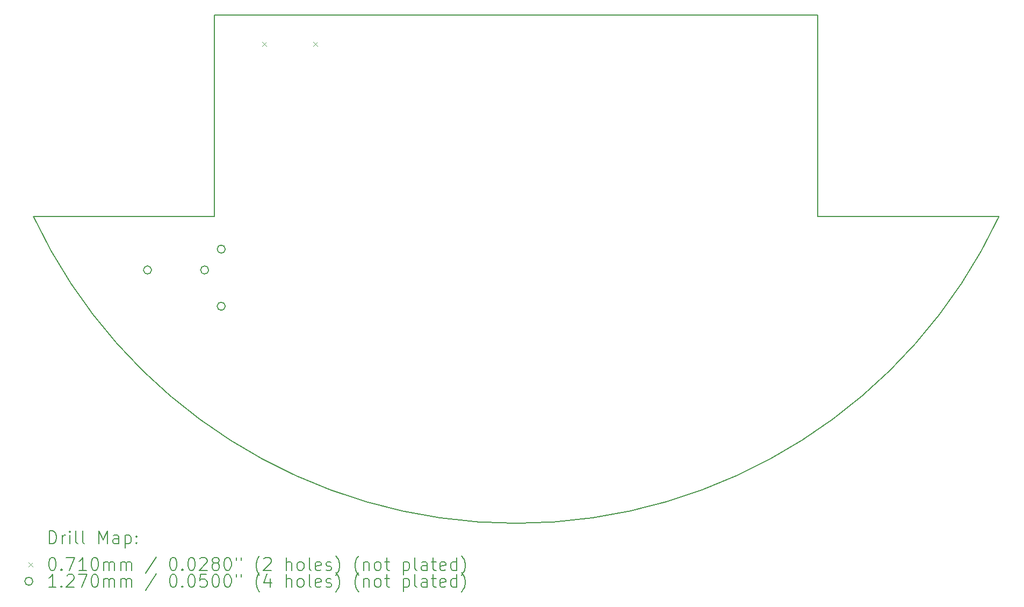
<source format=gbr>
%TF.GenerationSoftware,KiCad,Pcbnew,7.0.6*%
%TF.CreationDate,2023-11-09T18:42:06-08:00*%
%TF.ProjectId,POWER_BOARD,504f5745-525f-4424-9f41-52442e6b6963,rev?*%
%TF.SameCoordinates,Original*%
%TF.FileFunction,Drillmap*%
%TF.FilePolarity,Positive*%
%FSLAX45Y45*%
G04 Gerber Fmt 4.5, Leading zero omitted, Abs format (unit mm)*
G04 Created by KiCad (PCBNEW 7.0.6) date 2023-11-09 18:42:06*
%MOMM*%
%LPD*%
G01*
G04 APERTURE LIST*
%ADD10C,0.200000*%
%ADD11C,0.071000*%
%ADD12C,0.127000*%
G04 APERTURE END LIST*
D10*
X19812000Y-5592732D02*
X19812000Y-8769532D01*
X7450792Y-8769532D02*
G75*
G03*
X22665576Y-8769532I7607392J3568825D01*
G01*
X10304368Y-8769532D02*
X10304368Y-5592732D01*
X22665576Y-8769532D02*
X19812000Y-8769532D01*
X10304368Y-8769532D02*
X7450792Y-8769532D01*
X10304368Y-5592732D02*
X19812000Y-5592732D01*
D11*
X11055589Y-6013156D02*
X11126589Y-6084156D01*
X11126589Y-6013156D02*
X11055589Y-6084156D01*
X11855589Y-6013156D02*
X11926589Y-6084156D01*
X11926589Y-6013156D02*
X11855589Y-6084156D01*
D12*
X9311256Y-9611075D02*
G75*
G03*
X9311256Y-9611075I-63500J0D01*
G01*
X10211256Y-9611075D02*
G75*
G03*
X10211256Y-9611075I-63500J0D01*
G01*
X10472665Y-9282571D02*
G75*
G03*
X10472665Y-9282571I-63500J0D01*
G01*
X10472665Y-10182571D02*
G75*
G03*
X10472665Y-10182571I-63500J0D01*
G01*
D10*
X7701569Y-13925102D02*
X7701569Y-13725102D01*
X7701569Y-13725102D02*
X7749188Y-13725102D01*
X7749188Y-13725102D02*
X7777760Y-13734626D01*
X7777760Y-13734626D02*
X7796807Y-13753674D01*
X7796807Y-13753674D02*
X7806331Y-13772721D01*
X7806331Y-13772721D02*
X7815855Y-13810817D01*
X7815855Y-13810817D02*
X7815855Y-13839388D01*
X7815855Y-13839388D02*
X7806331Y-13877483D01*
X7806331Y-13877483D02*
X7796807Y-13896531D01*
X7796807Y-13896531D02*
X7777760Y-13915579D01*
X7777760Y-13915579D02*
X7749188Y-13925102D01*
X7749188Y-13925102D02*
X7701569Y-13925102D01*
X7901569Y-13925102D02*
X7901569Y-13791769D01*
X7901569Y-13829864D02*
X7911093Y-13810817D01*
X7911093Y-13810817D02*
X7920617Y-13801293D01*
X7920617Y-13801293D02*
X7939664Y-13791769D01*
X7939664Y-13791769D02*
X7958712Y-13791769D01*
X8025379Y-13925102D02*
X8025379Y-13791769D01*
X8025379Y-13725102D02*
X8015855Y-13734626D01*
X8015855Y-13734626D02*
X8025379Y-13744150D01*
X8025379Y-13744150D02*
X8034902Y-13734626D01*
X8034902Y-13734626D02*
X8025379Y-13725102D01*
X8025379Y-13725102D02*
X8025379Y-13744150D01*
X8149188Y-13925102D02*
X8130141Y-13915579D01*
X8130141Y-13915579D02*
X8120617Y-13896531D01*
X8120617Y-13896531D02*
X8120617Y-13725102D01*
X8253950Y-13925102D02*
X8234902Y-13915579D01*
X8234902Y-13915579D02*
X8225379Y-13896531D01*
X8225379Y-13896531D02*
X8225379Y-13725102D01*
X8482522Y-13925102D02*
X8482522Y-13725102D01*
X8482522Y-13725102D02*
X8549188Y-13867959D01*
X8549188Y-13867959D02*
X8615855Y-13725102D01*
X8615855Y-13725102D02*
X8615855Y-13925102D01*
X8796807Y-13925102D02*
X8796807Y-13820340D01*
X8796807Y-13820340D02*
X8787284Y-13801293D01*
X8787284Y-13801293D02*
X8768236Y-13791769D01*
X8768236Y-13791769D02*
X8730141Y-13791769D01*
X8730141Y-13791769D02*
X8711093Y-13801293D01*
X8796807Y-13915579D02*
X8777760Y-13925102D01*
X8777760Y-13925102D02*
X8730141Y-13925102D01*
X8730141Y-13925102D02*
X8711093Y-13915579D01*
X8711093Y-13915579D02*
X8701569Y-13896531D01*
X8701569Y-13896531D02*
X8701569Y-13877483D01*
X8701569Y-13877483D02*
X8711093Y-13858436D01*
X8711093Y-13858436D02*
X8730141Y-13848912D01*
X8730141Y-13848912D02*
X8777760Y-13848912D01*
X8777760Y-13848912D02*
X8796807Y-13839388D01*
X8892045Y-13791769D02*
X8892045Y-13991769D01*
X8892045Y-13801293D02*
X8911093Y-13791769D01*
X8911093Y-13791769D02*
X8949188Y-13791769D01*
X8949188Y-13791769D02*
X8968236Y-13801293D01*
X8968236Y-13801293D02*
X8977760Y-13810817D01*
X8977760Y-13810817D02*
X8987284Y-13829864D01*
X8987284Y-13829864D02*
X8987284Y-13887007D01*
X8987284Y-13887007D02*
X8977760Y-13906055D01*
X8977760Y-13906055D02*
X8968236Y-13915579D01*
X8968236Y-13915579D02*
X8949188Y-13925102D01*
X8949188Y-13925102D02*
X8911093Y-13925102D01*
X8911093Y-13925102D02*
X8892045Y-13915579D01*
X9072998Y-13906055D02*
X9082522Y-13915579D01*
X9082522Y-13915579D02*
X9072998Y-13925102D01*
X9072998Y-13925102D02*
X9063474Y-13915579D01*
X9063474Y-13915579D02*
X9072998Y-13906055D01*
X9072998Y-13906055D02*
X9072998Y-13925102D01*
X9072998Y-13801293D02*
X9082522Y-13810817D01*
X9082522Y-13810817D02*
X9072998Y-13820340D01*
X9072998Y-13820340D02*
X9063474Y-13810817D01*
X9063474Y-13810817D02*
X9072998Y-13801293D01*
X9072998Y-13801293D02*
X9072998Y-13820340D01*
D11*
X7369792Y-14218119D02*
X7440792Y-14289119D01*
X7440792Y-14218119D02*
X7369792Y-14289119D01*
D10*
X7739664Y-14145102D02*
X7758712Y-14145102D01*
X7758712Y-14145102D02*
X7777760Y-14154626D01*
X7777760Y-14154626D02*
X7787283Y-14164150D01*
X7787283Y-14164150D02*
X7796807Y-14183198D01*
X7796807Y-14183198D02*
X7806331Y-14221293D01*
X7806331Y-14221293D02*
X7806331Y-14268912D01*
X7806331Y-14268912D02*
X7796807Y-14307007D01*
X7796807Y-14307007D02*
X7787283Y-14326055D01*
X7787283Y-14326055D02*
X7777760Y-14335579D01*
X7777760Y-14335579D02*
X7758712Y-14345102D01*
X7758712Y-14345102D02*
X7739664Y-14345102D01*
X7739664Y-14345102D02*
X7720617Y-14335579D01*
X7720617Y-14335579D02*
X7711093Y-14326055D01*
X7711093Y-14326055D02*
X7701569Y-14307007D01*
X7701569Y-14307007D02*
X7692045Y-14268912D01*
X7692045Y-14268912D02*
X7692045Y-14221293D01*
X7692045Y-14221293D02*
X7701569Y-14183198D01*
X7701569Y-14183198D02*
X7711093Y-14164150D01*
X7711093Y-14164150D02*
X7720617Y-14154626D01*
X7720617Y-14154626D02*
X7739664Y-14145102D01*
X7892045Y-14326055D02*
X7901569Y-14335579D01*
X7901569Y-14335579D02*
X7892045Y-14345102D01*
X7892045Y-14345102D02*
X7882522Y-14335579D01*
X7882522Y-14335579D02*
X7892045Y-14326055D01*
X7892045Y-14326055D02*
X7892045Y-14345102D01*
X7968236Y-14145102D02*
X8101569Y-14145102D01*
X8101569Y-14145102D02*
X8015855Y-14345102D01*
X8282522Y-14345102D02*
X8168236Y-14345102D01*
X8225379Y-14345102D02*
X8225379Y-14145102D01*
X8225379Y-14145102D02*
X8206331Y-14173674D01*
X8206331Y-14173674D02*
X8187283Y-14192721D01*
X8187283Y-14192721D02*
X8168236Y-14202245D01*
X8406331Y-14145102D02*
X8425379Y-14145102D01*
X8425379Y-14145102D02*
X8444426Y-14154626D01*
X8444426Y-14154626D02*
X8453950Y-14164150D01*
X8453950Y-14164150D02*
X8463474Y-14183198D01*
X8463474Y-14183198D02*
X8472998Y-14221293D01*
X8472998Y-14221293D02*
X8472998Y-14268912D01*
X8472998Y-14268912D02*
X8463474Y-14307007D01*
X8463474Y-14307007D02*
X8453950Y-14326055D01*
X8453950Y-14326055D02*
X8444426Y-14335579D01*
X8444426Y-14335579D02*
X8425379Y-14345102D01*
X8425379Y-14345102D02*
X8406331Y-14345102D01*
X8406331Y-14345102D02*
X8387283Y-14335579D01*
X8387283Y-14335579D02*
X8377760Y-14326055D01*
X8377760Y-14326055D02*
X8368236Y-14307007D01*
X8368236Y-14307007D02*
X8358712Y-14268912D01*
X8358712Y-14268912D02*
X8358712Y-14221293D01*
X8358712Y-14221293D02*
X8368236Y-14183198D01*
X8368236Y-14183198D02*
X8377760Y-14164150D01*
X8377760Y-14164150D02*
X8387283Y-14154626D01*
X8387283Y-14154626D02*
X8406331Y-14145102D01*
X8558712Y-14345102D02*
X8558712Y-14211769D01*
X8558712Y-14230817D02*
X8568236Y-14221293D01*
X8568236Y-14221293D02*
X8587284Y-14211769D01*
X8587284Y-14211769D02*
X8615855Y-14211769D01*
X8615855Y-14211769D02*
X8634903Y-14221293D01*
X8634903Y-14221293D02*
X8644426Y-14240340D01*
X8644426Y-14240340D02*
X8644426Y-14345102D01*
X8644426Y-14240340D02*
X8653950Y-14221293D01*
X8653950Y-14221293D02*
X8672998Y-14211769D01*
X8672998Y-14211769D02*
X8701569Y-14211769D01*
X8701569Y-14211769D02*
X8720617Y-14221293D01*
X8720617Y-14221293D02*
X8730141Y-14240340D01*
X8730141Y-14240340D02*
X8730141Y-14345102D01*
X8825379Y-14345102D02*
X8825379Y-14211769D01*
X8825379Y-14230817D02*
X8834903Y-14221293D01*
X8834903Y-14221293D02*
X8853950Y-14211769D01*
X8853950Y-14211769D02*
X8882522Y-14211769D01*
X8882522Y-14211769D02*
X8901569Y-14221293D01*
X8901569Y-14221293D02*
X8911093Y-14240340D01*
X8911093Y-14240340D02*
X8911093Y-14345102D01*
X8911093Y-14240340D02*
X8920617Y-14221293D01*
X8920617Y-14221293D02*
X8939665Y-14211769D01*
X8939665Y-14211769D02*
X8968236Y-14211769D01*
X8968236Y-14211769D02*
X8987284Y-14221293D01*
X8987284Y-14221293D02*
X8996807Y-14240340D01*
X8996807Y-14240340D02*
X8996807Y-14345102D01*
X9387284Y-14135579D02*
X9215855Y-14392721D01*
X9644427Y-14145102D02*
X9663474Y-14145102D01*
X9663474Y-14145102D02*
X9682522Y-14154626D01*
X9682522Y-14154626D02*
X9692046Y-14164150D01*
X9692046Y-14164150D02*
X9701569Y-14183198D01*
X9701569Y-14183198D02*
X9711093Y-14221293D01*
X9711093Y-14221293D02*
X9711093Y-14268912D01*
X9711093Y-14268912D02*
X9701569Y-14307007D01*
X9701569Y-14307007D02*
X9692046Y-14326055D01*
X9692046Y-14326055D02*
X9682522Y-14335579D01*
X9682522Y-14335579D02*
X9663474Y-14345102D01*
X9663474Y-14345102D02*
X9644427Y-14345102D01*
X9644427Y-14345102D02*
X9625379Y-14335579D01*
X9625379Y-14335579D02*
X9615855Y-14326055D01*
X9615855Y-14326055D02*
X9606331Y-14307007D01*
X9606331Y-14307007D02*
X9596808Y-14268912D01*
X9596808Y-14268912D02*
X9596808Y-14221293D01*
X9596808Y-14221293D02*
X9606331Y-14183198D01*
X9606331Y-14183198D02*
X9615855Y-14164150D01*
X9615855Y-14164150D02*
X9625379Y-14154626D01*
X9625379Y-14154626D02*
X9644427Y-14145102D01*
X9796808Y-14326055D02*
X9806331Y-14335579D01*
X9806331Y-14335579D02*
X9796808Y-14345102D01*
X9796808Y-14345102D02*
X9787284Y-14335579D01*
X9787284Y-14335579D02*
X9796808Y-14326055D01*
X9796808Y-14326055D02*
X9796808Y-14345102D01*
X9930141Y-14145102D02*
X9949189Y-14145102D01*
X9949189Y-14145102D02*
X9968236Y-14154626D01*
X9968236Y-14154626D02*
X9977760Y-14164150D01*
X9977760Y-14164150D02*
X9987284Y-14183198D01*
X9987284Y-14183198D02*
X9996808Y-14221293D01*
X9996808Y-14221293D02*
X9996808Y-14268912D01*
X9996808Y-14268912D02*
X9987284Y-14307007D01*
X9987284Y-14307007D02*
X9977760Y-14326055D01*
X9977760Y-14326055D02*
X9968236Y-14335579D01*
X9968236Y-14335579D02*
X9949189Y-14345102D01*
X9949189Y-14345102D02*
X9930141Y-14345102D01*
X9930141Y-14345102D02*
X9911093Y-14335579D01*
X9911093Y-14335579D02*
X9901569Y-14326055D01*
X9901569Y-14326055D02*
X9892046Y-14307007D01*
X9892046Y-14307007D02*
X9882522Y-14268912D01*
X9882522Y-14268912D02*
X9882522Y-14221293D01*
X9882522Y-14221293D02*
X9892046Y-14183198D01*
X9892046Y-14183198D02*
X9901569Y-14164150D01*
X9901569Y-14164150D02*
X9911093Y-14154626D01*
X9911093Y-14154626D02*
X9930141Y-14145102D01*
X10072998Y-14164150D02*
X10082522Y-14154626D01*
X10082522Y-14154626D02*
X10101569Y-14145102D01*
X10101569Y-14145102D02*
X10149189Y-14145102D01*
X10149189Y-14145102D02*
X10168236Y-14154626D01*
X10168236Y-14154626D02*
X10177760Y-14164150D01*
X10177760Y-14164150D02*
X10187284Y-14183198D01*
X10187284Y-14183198D02*
X10187284Y-14202245D01*
X10187284Y-14202245D02*
X10177760Y-14230817D01*
X10177760Y-14230817D02*
X10063474Y-14345102D01*
X10063474Y-14345102D02*
X10187284Y-14345102D01*
X10301569Y-14230817D02*
X10282522Y-14221293D01*
X10282522Y-14221293D02*
X10272998Y-14211769D01*
X10272998Y-14211769D02*
X10263474Y-14192721D01*
X10263474Y-14192721D02*
X10263474Y-14183198D01*
X10263474Y-14183198D02*
X10272998Y-14164150D01*
X10272998Y-14164150D02*
X10282522Y-14154626D01*
X10282522Y-14154626D02*
X10301569Y-14145102D01*
X10301569Y-14145102D02*
X10339665Y-14145102D01*
X10339665Y-14145102D02*
X10358712Y-14154626D01*
X10358712Y-14154626D02*
X10368236Y-14164150D01*
X10368236Y-14164150D02*
X10377760Y-14183198D01*
X10377760Y-14183198D02*
X10377760Y-14192721D01*
X10377760Y-14192721D02*
X10368236Y-14211769D01*
X10368236Y-14211769D02*
X10358712Y-14221293D01*
X10358712Y-14221293D02*
X10339665Y-14230817D01*
X10339665Y-14230817D02*
X10301569Y-14230817D01*
X10301569Y-14230817D02*
X10282522Y-14240340D01*
X10282522Y-14240340D02*
X10272998Y-14249864D01*
X10272998Y-14249864D02*
X10263474Y-14268912D01*
X10263474Y-14268912D02*
X10263474Y-14307007D01*
X10263474Y-14307007D02*
X10272998Y-14326055D01*
X10272998Y-14326055D02*
X10282522Y-14335579D01*
X10282522Y-14335579D02*
X10301569Y-14345102D01*
X10301569Y-14345102D02*
X10339665Y-14345102D01*
X10339665Y-14345102D02*
X10358712Y-14335579D01*
X10358712Y-14335579D02*
X10368236Y-14326055D01*
X10368236Y-14326055D02*
X10377760Y-14307007D01*
X10377760Y-14307007D02*
X10377760Y-14268912D01*
X10377760Y-14268912D02*
X10368236Y-14249864D01*
X10368236Y-14249864D02*
X10358712Y-14240340D01*
X10358712Y-14240340D02*
X10339665Y-14230817D01*
X10501569Y-14145102D02*
X10520617Y-14145102D01*
X10520617Y-14145102D02*
X10539665Y-14154626D01*
X10539665Y-14154626D02*
X10549189Y-14164150D01*
X10549189Y-14164150D02*
X10558712Y-14183198D01*
X10558712Y-14183198D02*
X10568236Y-14221293D01*
X10568236Y-14221293D02*
X10568236Y-14268912D01*
X10568236Y-14268912D02*
X10558712Y-14307007D01*
X10558712Y-14307007D02*
X10549189Y-14326055D01*
X10549189Y-14326055D02*
X10539665Y-14335579D01*
X10539665Y-14335579D02*
X10520617Y-14345102D01*
X10520617Y-14345102D02*
X10501569Y-14345102D01*
X10501569Y-14345102D02*
X10482522Y-14335579D01*
X10482522Y-14335579D02*
X10472998Y-14326055D01*
X10472998Y-14326055D02*
X10463474Y-14307007D01*
X10463474Y-14307007D02*
X10453950Y-14268912D01*
X10453950Y-14268912D02*
X10453950Y-14221293D01*
X10453950Y-14221293D02*
X10463474Y-14183198D01*
X10463474Y-14183198D02*
X10472998Y-14164150D01*
X10472998Y-14164150D02*
X10482522Y-14154626D01*
X10482522Y-14154626D02*
X10501569Y-14145102D01*
X10644427Y-14145102D02*
X10644427Y-14183198D01*
X10720617Y-14145102D02*
X10720617Y-14183198D01*
X11015855Y-14421293D02*
X11006331Y-14411769D01*
X11006331Y-14411769D02*
X10987284Y-14383198D01*
X10987284Y-14383198D02*
X10977760Y-14364150D01*
X10977760Y-14364150D02*
X10968236Y-14335579D01*
X10968236Y-14335579D02*
X10958712Y-14287959D01*
X10958712Y-14287959D02*
X10958712Y-14249864D01*
X10958712Y-14249864D02*
X10968236Y-14202245D01*
X10968236Y-14202245D02*
X10977760Y-14173674D01*
X10977760Y-14173674D02*
X10987284Y-14154626D01*
X10987284Y-14154626D02*
X11006331Y-14126055D01*
X11006331Y-14126055D02*
X11015855Y-14116531D01*
X11082522Y-14164150D02*
X11092046Y-14154626D01*
X11092046Y-14154626D02*
X11111093Y-14145102D01*
X11111093Y-14145102D02*
X11158712Y-14145102D01*
X11158712Y-14145102D02*
X11177760Y-14154626D01*
X11177760Y-14154626D02*
X11187284Y-14164150D01*
X11187284Y-14164150D02*
X11196808Y-14183198D01*
X11196808Y-14183198D02*
X11196808Y-14202245D01*
X11196808Y-14202245D02*
X11187284Y-14230817D01*
X11187284Y-14230817D02*
X11072998Y-14345102D01*
X11072998Y-14345102D02*
X11196808Y-14345102D01*
X11434903Y-14345102D02*
X11434903Y-14145102D01*
X11520617Y-14345102D02*
X11520617Y-14240340D01*
X11520617Y-14240340D02*
X11511093Y-14221293D01*
X11511093Y-14221293D02*
X11492046Y-14211769D01*
X11492046Y-14211769D02*
X11463474Y-14211769D01*
X11463474Y-14211769D02*
X11444427Y-14221293D01*
X11444427Y-14221293D02*
X11434903Y-14230817D01*
X11644427Y-14345102D02*
X11625379Y-14335579D01*
X11625379Y-14335579D02*
X11615855Y-14326055D01*
X11615855Y-14326055D02*
X11606331Y-14307007D01*
X11606331Y-14307007D02*
X11606331Y-14249864D01*
X11606331Y-14249864D02*
X11615855Y-14230817D01*
X11615855Y-14230817D02*
X11625379Y-14221293D01*
X11625379Y-14221293D02*
X11644427Y-14211769D01*
X11644427Y-14211769D02*
X11672998Y-14211769D01*
X11672998Y-14211769D02*
X11692046Y-14221293D01*
X11692046Y-14221293D02*
X11701570Y-14230817D01*
X11701570Y-14230817D02*
X11711093Y-14249864D01*
X11711093Y-14249864D02*
X11711093Y-14307007D01*
X11711093Y-14307007D02*
X11701570Y-14326055D01*
X11701570Y-14326055D02*
X11692046Y-14335579D01*
X11692046Y-14335579D02*
X11672998Y-14345102D01*
X11672998Y-14345102D02*
X11644427Y-14345102D01*
X11825379Y-14345102D02*
X11806331Y-14335579D01*
X11806331Y-14335579D02*
X11796808Y-14316531D01*
X11796808Y-14316531D02*
X11796808Y-14145102D01*
X11977760Y-14335579D02*
X11958712Y-14345102D01*
X11958712Y-14345102D02*
X11920617Y-14345102D01*
X11920617Y-14345102D02*
X11901570Y-14335579D01*
X11901570Y-14335579D02*
X11892046Y-14316531D01*
X11892046Y-14316531D02*
X11892046Y-14240340D01*
X11892046Y-14240340D02*
X11901570Y-14221293D01*
X11901570Y-14221293D02*
X11920617Y-14211769D01*
X11920617Y-14211769D02*
X11958712Y-14211769D01*
X11958712Y-14211769D02*
X11977760Y-14221293D01*
X11977760Y-14221293D02*
X11987284Y-14240340D01*
X11987284Y-14240340D02*
X11987284Y-14259388D01*
X11987284Y-14259388D02*
X11892046Y-14278436D01*
X12063474Y-14335579D02*
X12082522Y-14345102D01*
X12082522Y-14345102D02*
X12120617Y-14345102D01*
X12120617Y-14345102D02*
X12139665Y-14335579D01*
X12139665Y-14335579D02*
X12149189Y-14316531D01*
X12149189Y-14316531D02*
X12149189Y-14307007D01*
X12149189Y-14307007D02*
X12139665Y-14287959D01*
X12139665Y-14287959D02*
X12120617Y-14278436D01*
X12120617Y-14278436D02*
X12092046Y-14278436D01*
X12092046Y-14278436D02*
X12072998Y-14268912D01*
X12072998Y-14268912D02*
X12063474Y-14249864D01*
X12063474Y-14249864D02*
X12063474Y-14240340D01*
X12063474Y-14240340D02*
X12072998Y-14221293D01*
X12072998Y-14221293D02*
X12092046Y-14211769D01*
X12092046Y-14211769D02*
X12120617Y-14211769D01*
X12120617Y-14211769D02*
X12139665Y-14221293D01*
X12215855Y-14421293D02*
X12225379Y-14411769D01*
X12225379Y-14411769D02*
X12244427Y-14383198D01*
X12244427Y-14383198D02*
X12253951Y-14364150D01*
X12253951Y-14364150D02*
X12263474Y-14335579D01*
X12263474Y-14335579D02*
X12272998Y-14287959D01*
X12272998Y-14287959D02*
X12272998Y-14249864D01*
X12272998Y-14249864D02*
X12263474Y-14202245D01*
X12263474Y-14202245D02*
X12253951Y-14173674D01*
X12253951Y-14173674D02*
X12244427Y-14154626D01*
X12244427Y-14154626D02*
X12225379Y-14126055D01*
X12225379Y-14126055D02*
X12215855Y-14116531D01*
X12577760Y-14421293D02*
X12568236Y-14411769D01*
X12568236Y-14411769D02*
X12549189Y-14383198D01*
X12549189Y-14383198D02*
X12539665Y-14364150D01*
X12539665Y-14364150D02*
X12530141Y-14335579D01*
X12530141Y-14335579D02*
X12520617Y-14287959D01*
X12520617Y-14287959D02*
X12520617Y-14249864D01*
X12520617Y-14249864D02*
X12530141Y-14202245D01*
X12530141Y-14202245D02*
X12539665Y-14173674D01*
X12539665Y-14173674D02*
X12549189Y-14154626D01*
X12549189Y-14154626D02*
X12568236Y-14126055D01*
X12568236Y-14126055D02*
X12577760Y-14116531D01*
X12653951Y-14211769D02*
X12653951Y-14345102D01*
X12653951Y-14230817D02*
X12663474Y-14221293D01*
X12663474Y-14221293D02*
X12682522Y-14211769D01*
X12682522Y-14211769D02*
X12711093Y-14211769D01*
X12711093Y-14211769D02*
X12730141Y-14221293D01*
X12730141Y-14221293D02*
X12739665Y-14240340D01*
X12739665Y-14240340D02*
X12739665Y-14345102D01*
X12863474Y-14345102D02*
X12844427Y-14335579D01*
X12844427Y-14335579D02*
X12834903Y-14326055D01*
X12834903Y-14326055D02*
X12825379Y-14307007D01*
X12825379Y-14307007D02*
X12825379Y-14249864D01*
X12825379Y-14249864D02*
X12834903Y-14230817D01*
X12834903Y-14230817D02*
X12844427Y-14221293D01*
X12844427Y-14221293D02*
X12863474Y-14211769D01*
X12863474Y-14211769D02*
X12892046Y-14211769D01*
X12892046Y-14211769D02*
X12911093Y-14221293D01*
X12911093Y-14221293D02*
X12920617Y-14230817D01*
X12920617Y-14230817D02*
X12930141Y-14249864D01*
X12930141Y-14249864D02*
X12930141Y-14307007D01*
X12930141Y-14307007D02*
X12920617Y-14326055D01*
X12920617Y-14326055D02*
X12911093Y-14335579D01*
X12911093Y-14335579D02*
X12892046Y-14345102D01*
X12892046Y-14345102D02*
X12863474Y-14345102D01*
X12987284Y-14211769D02*
X13063474Y-14211769D01*
X13015855Y-14145102D02*
X13015855Y-14316531D01*
X13015855Y-14316531D02*
X13025379Y-14335579D01*
X13025379Y-14335579D02*
X13044427Y-14345102D01*
X13044427Y-14345102D02*
X13063474Y-14345102D01*
X13282522Y-14211769D02*
X13282522Y-14411769D01*
X13282522Y-14221293D02*
X13301570Y-14211769D01*
X13301570Y-14211769D02*
X13339665Y-14211769D01*
X13339665Y-14211769D02*
X13358713Y-14221293D01*
X13358713Y-14221293D02*
X13368236Y-14230817D01*
X13368236Y-14230817D02*
X13377760Y-14249864D01*
X13377760Y-14249864D02*
X13377760Y-14307007D01*
X13377760Y-14307007D02*
X13368236Y-14326055D01*
X13368236Y-14326055D02*
X13358713Y-14335579D01*
X13358713Y-14335579D02*
X13339665Y-14345102D01*
X13339665Y-14345102D02*
X13301570Y-14345102D01*
X13301570Y-14345102D02*
X13282522Y-14335579D01*
X13492046Y-14345102D02*
X13472998Y-14335579D01*
X13472998Y-14335579D02*
X13463474Y-14316531D01*
X13463474Y-14316531D02*
X13463474Y-14145102D01*
X13653951Y-14345102D02*
X13653951Y-14240340D01*
X13653951Y-14240340D02*
X13644427Y-14221293D01*
X13644427Y-14221293D02*
X13625379Y-14211769D01*
X13625379Y-14211769D02*
X13587284Y-14211769D01*
X13587284Y-14211769D02*
X13568236Y-14221293D01*
X13653951Y-14335579D02*
X13634903Y-14345102D01*
X13634903Y-14345102D02*
X13587284Y-14345102D01*
X13587284Y-14345102D02*
X13568236Y-14335579D01*
X13568236Y-14335579D02*
X13558713Y-14316531D01*
X13558713Y-14316531D02*
X13558713Y-14297483D01*
X13558713Y-14297483D02*
X13568236Y-14278436D01*
X13568236Y-14278436D02*
X13587284Y-14268912D01*
X13587284Y-14268912D02*
X13634903Y-14268912D01*
X13634903Y-14268912D02*
X13653951Y-14259388D01*
X13720617Y-14211769D02*
X13796808Y-14211769D01*
X13749189Y-14145102D02*
X13749189Y-14316531D01*
X13749189Y-14316531D02*
X13758713Y-14335579D01*
X13758713Y-14335579D02*
X13777760Y-14345102D01*
X13777760Y-14345102D02*
X13796808Y-14345102D01*
X13939665Y-14335579D02*
X13920617Y-14345102D01*
X13920617Y-14345102D02*
X13882522Y-14345102D01*
X13882522Y-14345102D02*
X13863474Y-14335579D01*
X13863474Y-14335579D02*
X13853951Y-14316531D01*
X13853951Y-14316531D02*
X13853951Y-14240340D01*
X13853951Y-14240340D02*
X13863474Y-14221293D01*
X13863474Y-14221293D02*
X13882522Y-14211769D01*
X13882522Y-14211769D02*
X13920617Y-14211769D01*
X13920617Y-14211769D02*
X13939665Y-14221293D01*
X13939665Y-14221293D02*
X13949189Y-14240340D01*
X13949189Y-14240340D02*
X13949189Y-14259388D01*
X13949189Y-14259388D02*
X13853951Y-14278436D01*
X14120617Y-14345102D02*
X14120617Y-14145102D01*
X14120617Y-14335579D02*
X14101570Y-14345102D01*
X14101570Y-14345102D02*
X14063474Y-14345102D01*
X14063474Y-14345102D02*
X14044427Y-14335579D01*
X14044427Y-14335579D02*
X14034903Y-14326055D01*
X14034903Y-14326055D02*
X14025379Y-14307007D01*
X14025379Y-14307007D02*
X14025379Y-14249864D01*
X14025379Y-14249864D02*
X14034903Y-14230817D01*
X14034903Y-14230817D02*
X14044427Y-14221293D01*
X14044427Y-14221293D02*
X14063474Y-14211769D01*
X14063474Y-14211769D02*
X14101570Y-14211769D01*
X14101570Y-14211769D02*
X14120617Y-14221293D01*
X14196808Y-14421293D02*
X14206332Y-14411769D01*
X14206332Y-14411769D02*
X14225379Y-14383198D01*
X14225379Y-14383198D02*
X14234903Y-14364150D01*
X14234903Y-14364150D02*
X14244427Y-14335579D01*
X14244427Y-14335579D02*
X14253951Y-14287959D01*
X14253951Y-14287959D02*
X14253951Y-14249864D01*
X14253951Y-14249864D02*
X14244427Y-14202245D01*
X14244427Y-14202245D02*
X14234903Y-14173674D01*
X14234903Y-14173674D02*
X14225379Y-14154626D01*
X14225379Y-14154626D02*
X14206332Y-14126055D01*
X14206332Y-14126055D02*
X14196808Y-14116531D01*
D12*
X7440792Y-14517619D02*
G75*
G03*
X7440792Y-14517619I-63500J0D01*
G01*
D10*
X7806331Y-14609102D02*
X7692045Y-14609102D01*
X7749188Y-14609102D02*
X7749188Y-14409102D01*
X7749188Y-14409102D02*
X7730141Y-14437674D01*
X7730141Y-14437674D02*
X7711093Y-14456721D01*
X7711093Y-14456721D02*
X7692045Y-14466245D01*
X7892045Y-14590055D02*
X7901569Y-14599579D01*
X7901569Y-14599579D02*
X7892045Y-14609102D01*
X7892045Y-14609102D02*
X7882522Y-14599579D01*
X7882522Y-14599579D02*
X7892045Y-14590055D01*
X7892045Y-14590055D02*
X7892045Y-14609102D01*
X7977760Y-14428150D02*
X7987283Y-14418626D01*
X7987283Y-14418626D02*
X8006331Y-14409102D01*
X8006331Y-14409102D02*
X8053950Y-14409102D01*
X8053950Y-14409102D02*
X8072998Y-14418626D01*
X8072998Y-14418626D02*
X8082522Y-14428150D01*
X8082522Y-14428150D02*
X8092045Y-14447198D01*
X8092045Y-14447198D02*
X8092045Y-14466245D01*
X8092045Y-14466245D02*
X8082522Y-14494817D01*
X8082522Y-14494817D02*
X7968236Y-14609102D01*
X7968236Y-14609102D02*
X8092045Y-14609102D01*
X8158712Y-14409102D02*
X8292045Y-14409102D01*
X8292045Y-14409102D02*
X8206331Y-14609102D01*
X8406331Y-14409102D02*
X8425379Y-14409102D01*
X8425379Y-14409102D02*
X8444426Y-14418626D01*
X8444426Y-14418626D02*
X8453950Y-14428150D01*
X8453950Y-14428150D02*
X8463474Y-14447198D01*
X8463474Y-14447198D02*
X8472998Y-14485293D01*
X8472998Y-14485293D02*
X8472998Y-14532912D01*
X8472998Y-14532912D02*
X8463474Y-14571007D01*
X8463474Y-14571007D02*
X8453950Y-14590055D01*
X8453950Y-14590055D02*
X8444426Y-14599579D01*
X8444426Y-14599579D02*
X8425379Y-14609102D01*
X8425379Y-14609102D02*
X8406331Y-14609102D01*
X8406331Y-14609102D02*
X8387283Y-14599579D01*
X8387283Y-14599579D02*
X8377760Y-14590055D01*
X8377760Y-14590055D02*
X8368236Y-14571007D01*
X8368236Y-14571007D02*
X8358712Y-14532912D01*
X8358712Y-14532912D02*
X8358712Y-14485293D01*
X8358712Y-14485293D02*
X8368236Y-14447198D01*
X8368236Y-14447198D02*
X8377760Y-14428150D01*
X8377760Y-14428150D02*
X8387283Y-14418626D01*
X8387283Y-14418626D02*
X8406331Y-14409102D01*
X8558712Y-14609102D02*
X8558712Y-14475769D01*
X8558712Y-14494817D02*
X8568236Y-14485293D01*
X8568236Y-14485293D02*
X8587284Y-14475769D01*
X8587284Y-14475769D02*
X8615855Y-14475769D01*
X8615855Y-14475769D02*
X8634903Y-14485293D01*
X8634903Y-14485293D02*
X8644426Y-14504340D01*
X8644426Y-14504340D02*
X8644426Y-14609102D01*
X8644426Y-14504340D02*
X8653950Y-14485293D01*
X8653950Y-14485293D02*
X8672998Y-14475769D01*
X8672998Y-14475769D02*
X8701569Y-14475769D01*
X8701569Y-14475769D02*
X8720617Y-14485293D01*
X8720617Y-14485293D02*
X8730141Y-14504340D01*
X8730141Y-14504340D02*
X8730141Y-14609102D01*
X8825379Y-14609102D02*
X8825379Y-14475769D01*
X8825379Y-14494817D02*
X8834903Y-14485293D01*
X8834903Y-14485293D02*
X8853950Y-14475769D01*
X8853950Y-14475769D02*
X8882522Y-14475769D01*
X8882522Y-14475769D02*
X8901569Y-14485293D01*
X8901569Y-14485293D02*
X8911093Y-14504340D01*
X8911093Y-14504340D02*
X8911093Y-14609102D01*
X8911093Y-14504340D02*
X8920617Y-14485293D01*
X8920617Y-14485293D02*
X8939665Y-14475769D01*
X8939665Y-14475769D02*
X8968236Y-14475769D01*
X8968236Y-14475769D02*
X8987284Y-14485293D01*
X8987284Y-14485293D02*
X8996807Y-14504340D01*
X8996807Y-14504340D02*
X8996807Y-14609102D01*
X9387284Y-14399579D02*
X9215855Y-14656721D01*
X9644427Y-14409102D02*
X9663474Y-14409102D01*
X9663474Y-14409102D02*
X9682522Y-14418626D01*
X9682522Y-14418626D02*
X9692046Y-14428150D01*
X9692046Y-14428150D02*
X9701569Y-14447198D01*
X9701569Y-14447198D02*
X9711093Y-14485293D01*
X9711093Y-14485293D02*
X9711093Y-14532912D01*
X9711093Y-14532912D02*
X9701569Y-14571007D01*
X9701569Y-14571007D02*
X9692046Y-14590055D01*
X9692046Y-14590055D02*
X9682522Y-14599579D01*
X9682522Y-14599579D02*
X9663474Y-14609102D01*
X9663474Y-14609102D02*
X9644427Y-14609102D01*
X9644427Y-14609102D02*
X9625379Y-14599579D01*
X9625379Y-14599579D02*
X9615855Y-14590055D01*
X9615855Y-14590055D02*
X9606331Y-14571007D01*
X9606331Y-14571007D02*
X9596808Y-14532912D01*
X9596808Y-14532912D02*
X9596808Y-14485293D01*
X9596808Y-14485293D02*
X9606331Y-14447198D01*
X9606331Y-14447198D02*
X9615855Y-14428150D01*
X9615855Y-14428150D02*
X9625379Y-14418626D01*
X9625379Y-14418626D02*
X9644427Y-14409102D01*
X9796808Y-14590055D02*
X9806331Y-14599579D01*
X9806331Y-14599579D02*
X9796808Y-14609102D01*
X9796808Y-14609102D02*
X9787284Y-14599579D01*
X9787284Y-14599579D02*
X9796808Y-14590055D01*
X9796808Y-14590055D02*
X9796808Y-14609102D01*
X9930141Y-14409102D02*
X9949189Y-14409102D01*
X9949189Y-14409102D02*
X9968236Y-14418626D01*
X9968236Y-14418626D02*
X9977760Y-14428150D01*
X9977760Y-14428150D02*
X9987284Y-14447198D01*
X9987284Y-14447198D02*
X9996808Y-14485293D01*
X9996808Y-14485293D02*
X9996808Y-14532912D01*
X9996808Y-14532912D02*
X9987284Y-14571007D01*
X9987284Y-14571007D02*
X9977760Y-14590055D01*
X9977760Y-14590055D02*
X9968236Y-14599579D01*
X9968236Y-14599579D02*
X9949189Y-14609102D01*
X9949189Y-14609102D02*
X9930141Y-14609102D01*
X9930141Y-14609102D02*
X9911093Y-14599579D01*
X9911093Y-14599579D02*
X9901569Y-14590055D01*
X9901569Y-14590055D02*
X9892046Y-14571007D01*
X9892046Y-14571007D02*
X9882522Y-14532912D01*
X9882522Y-14532912D02*
X9882522Y-14485293D01*
X9882522Y-14485293D02*
X9892046Y-14447198D01*
X9892046Y-14447198D02*
X9901569Y-14428150D01*
X9901569Y-14428150D02*
X9911093Y-14418626D01*
X9911093Y-14418626D02*
X9930141Y-14409102D01*
X10177760Y-14409102D02*
X10082522Y-14409102D01*
X10082522Y-14409102D02*
X10072998Y-14504340D01*
X10072998Y-14504340D02*
X10082522Y-14494817D01*
X10082522Y-14494817D02*
X10101569Y-14485293D01*
X10101569Y-14485293D02*
X10149189Y-14485293D01*
X10149189Y-14485293D02*
X10168236Y-14494817D01*
X10168236Y-14494817D02*
X10177760Y-14504340D01*
X10177760Y-14504340D02*
X10187284Y-14523388D01*
X10187284Y-14523388D02*
X10187284Y-14571007D01*
X10187284Y-14571007D02*
X10177760Y-14590055D01*
X10177760Y-14590055D02*
X10168236Y-14599579D01*
X10168236Y-14599579D02*
X10149189Y-14609102D01*
X10149189Y-14609102D02*
X10101569Y-14609102D01*
X10101569Y-14609102D02*
X10082522Y-14599579D01*
X10082522Y-14599579D02*
X10072998Y-14590055D01*
X10311093Y-14409102D02*
X10330141Y-14409102D01*
X10330141Y-14409102D02*
X10349189Y-14418626D01*
X10349189Y-14418626D02*
X10358712Y-14428150D01*
X10358712Y-14428150D02*
X10368236Y-14447198D01*
X10368236Y-14447198D02*
X10377760Y-14485293D01*
X10377760Y-14485293D02*
X10377760Y-14532912D01*
X10377760Y-14532912D02*
X10368236Y-14571007D01*
X10368236Y-14571007D02*
X10358712Y-14590055D01*
X10358712Y-14590055D02*
X10349189Y-14599579D01*
X10349189Y-14599579D02*
X10330141Y-14609102D01*
X10330141Y-14609102D02*
X10311093Y-14609102D01*
X10311093Y-14609102D02*
X10292046Y-14599579D01*
X10292046Y-14599579D02*
X10282522Y-14590055D01*
X10282522Y-14590055D02*
X10272998Y-14571007D01*
X10272998Y-14571007D02*
X10263474Y-14532912D01*
X10263474Y-14532912D02*
X10263474Y-14485293D01*
X10263474Y-14485293D02*
X10272998Y-14447198D01*
X10272998Y-14447198D02*
X10282522Y-14428150D01*
X10282522Y-14428150D02*
X10292046Y-14418626D01*
X10292046Y-14418626D02*
X10311093Y-14409102D01*
X10501569Y-14409102D02*
X10520617Y-14409102D01*
X10520617Y-14409102D02*
X10539665Y-14418626D01*
X10539665Y-14418626D02*
X10549189Y-14428150D01*
X10549189Y-14428150D02*
X10558712Y-14447198D01*
X10558712Y-14447198D02*
X10568236Y-14485293D01*
X10568236Y-14485293D02*
X10568236Y-14532912D01*
X10568236Y-14532912D02*
X10558712Y-14571007D01*
X10558712Y-14571007D02*
X10549189Y-14590055D01*
X10549189Y-14590055D02*
X10539665Y-14599579D01*
X10539665Y-14599579D02*
X10520617Y-14609102D01*
X10520617Y-14609102D02*
X10501569Y-14609102D01*
X10501569Y-14609102D02*
X10482522Y-14599579D01*
X10482522Y-14599579D02*
X10472998Y-14590055D01*
X10472998Y-14590055D02*
X10463474Y-14571007D01*
X10463474Y-14571007D02*
X10453950Y-14532912D01*
X10453950Y-14532912D02*
X10453950Y-14485293D01*
X10453950Y-14485293D02*
X10463474Y-14447198D01*
X10463474Y-14447198D02*
X10472998Y-14428150D01*
X10472998Y-14428150D02*
X10482522Y-14418626D01*
X10482522Y-14418626D02*
X10501569Y-14409102D01*
X10644427Y-14409102D02*
X10644427Y-14447198D01*
X10720617Y-14409102D02*
X10720617Y-14447198D01*
X11015855Y-14685293D02*
X11006331Y-14675769D01*
X11006331Y-14675769D02*
X10987284Y-14647198D01*
X10987284Y-14647198D02*
X10977760Y-14628150D01*
X10977760Y-14628150D02*
X10968236Y-14599579D01*
X10968236Y-14599579D02*
X10958712Y-14551959D01*
X10958712Y-14551959D02*
X10958712Y-14513864D01*
X10958712Y-14513864D02*
X10968236Y-14466245D01*
X10968236Y-14466245D02*
X10977760Y-14437674D01*
X10977760Y-14437674D02*
X10987284Y-14418626D01*
X10987284Y-14418626D02*
X11006331Y-14390055D01*
X11006331Y-14390055D02*
X11015855Y-14380531D01*
X11177760Y-14475769D02*
X11177760Y-14609102D01*
X11130141Y-14399579D02*
X11082522Y-14542436D01*
X11082522Y-14542436D02*
X11206331Y-14542436D01*
X11434903Y-14609102D02*
X11434903Y-14409102D01*
X11520617Y-14609102D02*
X11520617Y-14504340D01*
X11520617Y-14504340D02*
X11511093Y-14485293D01*
X11511093Y-14485293D02*
X11492046Y-14475769D01*
X11492046Y-14475769D02*
X11463474Y-14475769D01*
X11463474Y-14475769D02*
X11444427Y-14485293D01*
X11444427Y-14485293D02*
X11434903Y-14494817D01*
X11644427Y-14609102D02*
X11625379Y-14599579D01*
X11625379Y-14599579D02*
X11615855Y-14590055D01*
X11615855Y-14590055D02*
X11606331Y-14571007D01*
X11606331Y-14571007D02*
X11606331Y-14513864D01*
X11606331Y-14513864D02*
X11615855Y-14494817D01*
X11615855Y-14494817D02*
X11625379Y-14485293D01*
X11625379Y-14485293D02*
X11644427Y-14475769D01*
X11644427Y-14475769D02*
X11672998Y-14475769D01*
X11672998Y-14475769D02*
X11692046Y-14485293D01*
X11692046Y-14485293D02*
X11701570Y-14494817D01*
X11701570Y-14494817D02*
X11711093Y-14513864D01*
X11711093Y-14513864D02*
X11711093Y-14571007D01*
X11711093Y-14571007D02*
X11701570Y-14590055D01*
X11701570Y-14590055D02*
X11692046Y-14599579D01*
X11692046Y-14599579D02*
X11672998Y-14609102D01*
X11672998Y-14609102D02*
X11644427Y-14609102D01*
X11825379Y-14609102D02*
X11806331Y-14599579D01*
X11806331Y-14599579D02*
X11796808Y-14580531D01*
X11796808Y-14580531D02*
X11796808Y-14409102D01*
X11977760Y-14599579D02*
X11958712Y-14609102D01*
X11958712Y-14609102D02*
X11920617Y-14609102D01*
X11920617Y-14609102D02*
X11901570Y-14599579D01*
X11901570Y-14599579D02*
X11892046Y-14580531D01*
X11892046Y-14580531D02*
X11892046Y-14504340D01*
X11892046Y-14504340D02*
X11901570Y-14485293D01*
X11901570Y-14485293D02*
X11920617Y-14475769D01*
X11920617Y-14475769D02*
X11958712Y-14475769D01*
X11958712Y-14475769D02*
X11977760Y-14485293D01*
X11977760Y-14485293D02*
X11987284Y-14504340D01*
X11987284Y-14504340D02*
X11987284Y-14523388D01*
X11987284Y-14523388D02*
X11892046Y-14542436D01*
X12063474Y-14599579D02*
X12082522Y-14609102D01*
X12082522Y-14609102D02*
X12120617Y-14609102D01*
X12120617Y-14609102D02*
X12139665Y-14599579D01*
X12139665Y-14599579D02*
X12149189Y-14580531D01*
X12149189Y-14580531D02*
X12149189Y-14571007D01*
X12149189Y-14571007D02*
X12139665Y-14551959D01*
X12139665Y-14551959D02*
X12120617Y-14542436D01*
X12120617Y-14542436D02*
X12092046Y-14542436D01*
X12092046Y-14542436D02*
X12072998Y-14532912D01*
X12072998Y-14532912D02*
X12063474Y-14513864D01*
X12063474Y-14513864D02*
X12063474Y-14504340D01*
X12063474Y-14504340D02*
X12072998Y-14485293D01*
X12072998Y-14485293D02*
X12092046Y-14475769D01*
X12092046Y-14475769D02*
X12120617Y-14475769D01*
X12120617Y-14475769D02*
X12139665Y-14485293D01*
X12215855Y-14685293D02*
X12225379Y-14675769D01*
X12225379Y-14675769D02*
X12244427Y-14647198D01*
X12244427Y-14647198D02*
X12253951Y-14628150D01*
X12253951Y-14628150D02*
X12263474Y-14599579D01*
X12263474Y-14599579D02*
X12272998Y-14551959D01*
X12272998Y-14551959D02*
X12272998Y-14513864D01*
X12272998Y-14513864D02*
X12263474Y-14466245D01*
X12263474Y-14466245D02*
X12253951Y-14437674D01*
X12253951Y-14437674D02*
X12244427Y-14418626D01*
X12244427Y-14418626D02*
X12225379Y-14390055D01*
X12225379Y-14390055D02*
X12215855Y-14380531D01*
X12577760Y-14685293D02*
X12568236Y-14675769D01*
X12568236Y-14675769D02*
X12549189Y-14647198D01*
X12549189Y-14647198D02*
X12539665Y-14628150D01*
X12539665Y-14628150D02*
X12530141Y-14599579D01*
X12530141Y-14599579D02*
X12520617Y-14551959D01*
X12520617Y-14551959D02*
X12520617Y-14513864D01*
X12520617Y-14513864D02*
X12530141Y-14466245D01*
X12530141Y-14466245D02*
X12539665Y-14437674D01*
X12539665Y-14437674D02*
X12549189Y-14418626D01*
X12549189Y-14418626D02*
X12568236Y-14390055D01*
X12568236Y-14390055D02*
X12577760Y-14380531D01*
X12653951Y-14475769D02*
X12653951Y-14609102D01*
X12653951Y-14494817D02*
X12663474Y-14485293D01*
X12663474Y-14485293D02*
X12682522Y-14475769D01*
X12682522Y-14475769D02*
X12711093Y-14475769D01*
X12711093Y-14475769D02*
X12730141Y-14485293D01*
X12730141Y-14485293D02*
X12739665Y-14504340D01*
X12739665Y-14504340D02*
X12739665Y-14609102D01*
X12863474Y-14609102D02*
X12844427Y-14599579D01*
X12844427Y-14599579D02*
X12834903Y-14590055D01*
X12834903Y-14590055D02*
X12825379Y-14571007D01*
X12825379Y-14571007D02*
X12825379Y-14513864D01*
X12825379Y-14513864D02*
X12834903Y-14494817D01*
X12834903Y-14494817D02*
X12844427Y-14485293D01*
X12844427Y-14485293D02*
X12863474Y-14475769D01*
X12863474Y-14475769D02*
X12892046Y-14475769D01*
X12892046Y-14475769D02*
X12911093Y-14485293D01*
X12911093Y-14485293D02*
X12920617Y-14494817D01*
X12920617Y-14494817D02*
X12930141Y-14513864D01*
X12930141Y-14513864D02*
X12930141Y-14571007D01*
X12930141Y-14571007D02*
X12920617Y-14590055D01*
X12920617Y-14590055D02*
X12911093Y-14599579D01*
X12911093Y-14599579D02*
X12892046Y-14609102D01*
X12892046Y-14609102D02*
X12863474Y-14609102D01*
X12987284Y-14475769D02*
X13063474Y-14475769D01*
X13015855Y-14409102D02*
X13015855Y-14580531D01*
X13015855Y-14580531D02*
X13025379Y-14599579D01*
X13025379Y-14599579D02*
X13044427Y-14609102D01*
X13044427Y-14609102D02*
X13063474Y-14609102D01*
X13282522Y-14475769D02*
X13282522Y-14675769D01*
X13282522Y-14485293D02*
X13301570Y-14475769D01*
X13301570Y-14475769D02*
X13339665Y-14475769D01*
X13339665Y-14475769D02*
X13358713Y-14485293D01*
X13358713Y-14485293D02*
X13368236Y-14494817D01*
X13368236Y-14494817D02*
X13377760Y-14513864D01*
X13377760Y-14513864D02*
X13377760Y-14571007D01*
X13377760Y-14571007D02*
X13368236Y-14590055D01*
X13368236Y-14590055D02*
X13358713Y-14599579D01*
X13358713Y-14599579D02*
X13339665Y-14609102D01*
X13339665Y-14609102D02*
X13301570Y-14609102D01*
X13301570Y-14609102D02*
X13282522Y-14599579D01*
X13492046Y-14609102D02*
X13472998Y-14599579D01*
X13472998Y-14599579D02*
X13463474Y-14580531D01*
X13463474Y-14580531D02*
X13463474Y-14409102D01*
X13653951Y-14609102D02*
X13653951Y-14504340D01*
X13653951Y-14504340D02*
X13644427Y-14485293D01*
X13644427Y-14485293D02*
X13625379Y-14475769D01*
X13625379Y-14475769D02*
X13587284Y-14475769D01*
X13587284Y-14475769D02*
X13568236Y-14485293D01*
X13653951Y-14599579D02*
X13634903Y-14609102D01*
X13634903Y-14609102D02*
X13587284Y-14609102D01*
X13587284Y-14609102D02*
X13568236Y-14599579D01*
X13568236Y-14599579D02*
X13558713Y-14580531D01*
X13558713Y-14580531D02*
X13558713Y-14561483D01*
X13558713Y-14561483D02*
X13568236Y-14542436D01*
X13568236Y-14542436D02*
X13587284Y-14532912D01*
X13587284Y-14532912D02*
X13634903Y-14532912D01*
X13634903Y-14532912D02*
X13653951Y-14523388D01*
X13720617Y-14475769D02*
X13796808Y-14475769D01*
X13749189Y-14409102D02*
X13749189Y-14580531D01*
X13749189Y-14580531D02*
X13758713Y-14599579D01*
X13758713Y-14599579D02*
X13777760Y-14609102D01*
X13777760Y-14609102D02*
X13796808Y-14609102D01*
X13939665Y-14599579D02*
X13920617Y-14609102D01*
X13920617Y-14609102D02*
X13882522Y-14609102D01*
X13882522Y-14609102D02*
X13863474Y-14599579D01*
X13863474Y-14599579D02*
X13853951Y-14580531D01*
X13853951Y-14580531D02*
X13853951Y-14504340D01*
X13853951Y-14504340D02*
X13863474Y-14485293D01*
X13863474Y-14485293D02*
X13882522Y-14475769D01*
X13882522Y-14475769D02*
X13920617Y-14475769D01*
X13920617Y-14475769D02*
X13939665Y-14485293D01*
X13939665Y-14485293D02*
X13949189Y-14504340D01*
X13949189Y-14504340D02*
X13949189Y-14523388D01*
X13949189Y-14523388D02*
X13853951Y-14542436D01*
X14120617Y-14609102D02*
X14120617Y-14409102D01*
X14120617Y-14599579D02*
X14101570Y-14609102D01*
X14101570Y-14609102D02*
X14063474Y-14609102D01*
X14063474Y-14609102D02*
X14044427Y-14599579D01*
X14044427Y-14599579D02*
X14034903Y-14590055D01*
X14034903Y-14590055D02*
X14025379Y-14571007D01*
X14025379Y-14571007D02*
X14025379Y-14513864D01*
X14025379Y-14513864D02*
X14034903Y-14494817D01*
X14034903Y-14494817D02*
X14044427Y-14485293D01*
X14044427Y-14485293D02*
X14063474Y-14475769D01*
X14063474Y-14475769D02*
X14101570Y-14475769D01*
X14101570Y-14475769D02*
X14120617Y-14485293D01*
X14196808Y-14685293D02*
X14206332Y-14675769D01*
X14206332Y-14675769D02*
X14225379Y-14647198D01*
X14225379Y-14647198D02*
X14234903Y-14628150D01*
X14234903Y-14628150D02*
X14244427Y-14599579D01*
X14244427Y-14599579D02*
X14253951Y-14551959D01*
X14253951Y-14551959D02*
X14253951Y-14513864D01*
X14253951Y-14513864D02*
X14244427Y-14466245D01*
X14244427Y-14466245D02*
X14234903Y-14437674D01*
X14234903Y-14437674D02*
X14225379Y-14418626D01*
X14225379Y-14418626D02*
X14206332Y-14390055D01*
X14206332Y-14390055D02*
X14196808Y-14380531D01*
M02*

</source>
